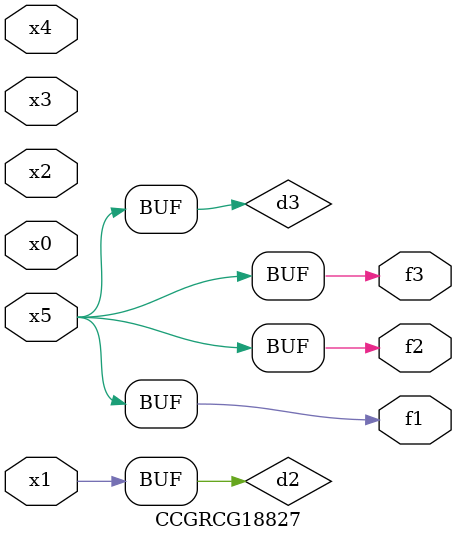
<source format=v>
module CCGRCG18827(
	input x0, x1, x2, x3, x4, x5,
	output f1, f2, f3
);

	wire d1, d2, d3;

	not (d1, x5);
	or (d2, x1);
	xnor (d3, d1);
	assign f1 = d3;
	assign f2 = d3;
	assign f3 = d3;
endmodule

</source>
